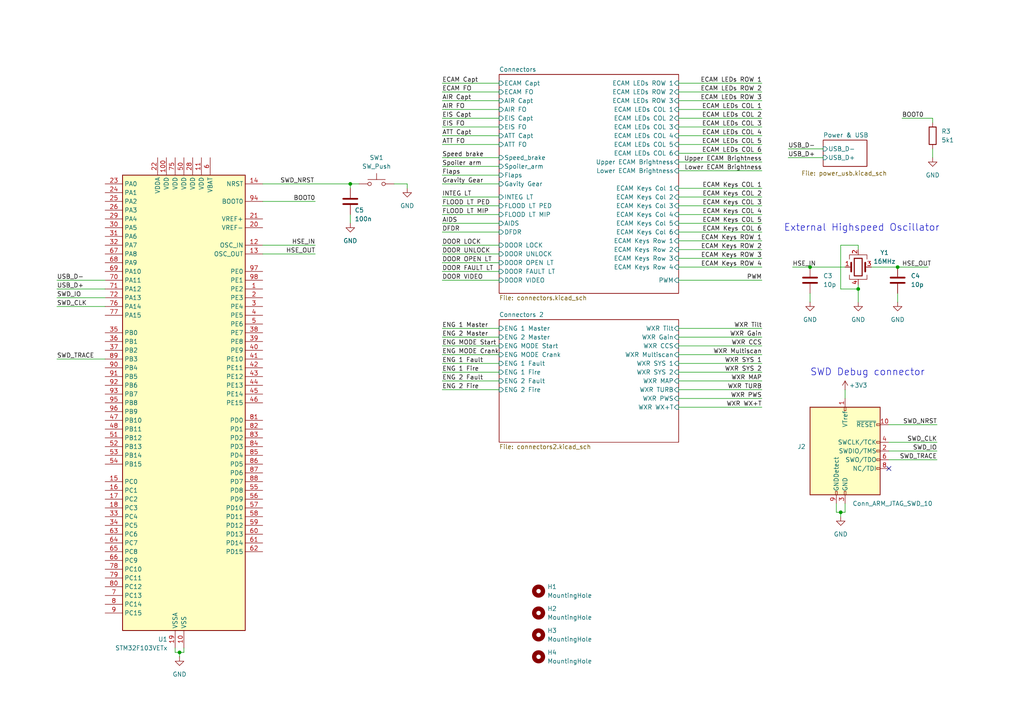
<source format=kicad_sch>
(kicad_sch (version 20231120) (generator "eeschema") (generator_version "8.0")
  (paper "A4")
  (lib_symbols
    (symbol "Connector:Conn_ARM_JTAG_SWD_10" (pin_names (offset 1.016))
      (property "Reference" "J" (at -2.54 16.51 0))
      (property "Value" "Conn_ARM_JTAG_SWD_10" (at -2.54 13.97 0))
      (symbol "Conn_ARM_JTAG_SWD_10_0_1"
        (rectangle (start -10.16 12.7) (end 10.16 -12.7) (stroke (width 0.254)) (fill (type background)))
        (rectangle (start -2.794 -12.7) (end -2.286 -11.684))
        (rectangle (start -0.254 -12.7) (end 0.254 -11.684))
        (rectangle (start -0.254 12.7) (end 0.254 11.684))
        (rectangle (start 9.144 2.286) (end 10.16 2.794))
        (rectangle (start 10.16 -2.794) (end 9.144 -2.286))
        (rectangle (start 10.16 -0.254) (end 9.144 0.254))
        (rectangle (start 10.16 7.874) (end 9.144 7.366))
      )
      (symbol "Conn_ARM_JTAG_SWD_10_1_1"
        (rectangle (start 9.144 -5.334) (end 10.16 -4.826))
        (pin power_in line (at 0 15.24 270) (length 2.54) (name "VTref") (number "1"))
        (pin open_collector line (at 12.7 7.62 180) (length 2.54) (name "~{RESET}") (number "10"))
        (pin bidirectional line (at 12.7 0 180) (length 2.54) (name "SWDIO/TMS") (number "2"))
        (pin power_in line (at 0 -15.24 90) (length 2.54) (name "GND") (number "3"))
        (pin output line (at 12.7 2.54 180) (length 2.54) (name "SWCLK/TCK") (number "4"))
        (pin passive line (at 0 -15.24 90) (length 2.54) hide (name "GND") (number "5"))
        (pin input line (at 12.7 -2.54 180) (length 2.54) (name "SWO/TDO") (number "6"))
        (pin no_connect line (at -10.16 0 0) (length 2.54) hide (name "KEY") (number "7"))
        (pin output line (at 12.7 -5.08 180) (length 2.54) (name "NC/TDI") (number "8"))
        (pin passive line (at -2.54 -15.24 90) (length 2.54) (name "GNDDetect") (number "9"))
      )
    )
    (symbol "Device:C" (pin_numbers hide) (pin_names (offset 0.254))
      (property "Reference" "C" (at 0.635 2.54 0))
      (property "Value" "C" (at 0.635 -2.54 0))
      (symbol "C_0_1"
        (polyline (pts (xy -2.032 -0.762) (xy 2.032 -0.762)) (stroke (width 0.508)))
        (polyline (pts (xy -2.032 0.762) (xy 2.032 0.762)) (stroke (width 0.508)))
      )
      (symbol "C_1_1"
        (pin passive line (at 0 3.81 270) (length 2.794) (name "~") (number "1"))
        (pin passive line (at 0 -3.81 90) (length 2.794) (name "~") (number "2"))
      )
    )
    (symbol "Device:Crystal_GND24" (pin_names (offset 1.016) hide)
      (property "Reference" "Y" (at 3.175 5.08 0))
      (property "Value" "Crystal_GND24" (at 3.175 3.175 0))
      (symbol "Crystal_GND24_0_1"
        (rectangle (start -1.143 2.54) (end 1.143 -2.54) (stroke (width 0.3048)))
        (polyline (pts (xy -2.54 0) (xy -2.032 0)))
        (polyline (pts (xy -2.032 -1.27) (xy -2.032 1.27)) (stroke (width 0.508)))
        (polyline (pts (xy 0 -3.81) (xy 0 -3.556)))
        (polyline (pts (xy 0 3.556) (xy 0 3.81)))
        (polyline (pts (xy 2.032 -1.27) (xy 2.032 1.27)) (stroke (width 0.508)))
        (polyline (pts (xy 2.032 0) (xy 2.54 0)))
        (polyline (pts (xy -2.54 -2.286) (xy -2.54 -3.556) (xy 2.54 -3.556) (xy 2.54 -2.286)))
        (polyline (pts (xy -2.54 2.286) (xy -2.54 3.556) (xy 2.54 3.556) (xy 2.54 2.286)))
      )
      (symbol "Crystal_GND24_1_1"
        (pin passive line (at -3.81 0 0) (length 1.27) (name "1") (number "1"))
        (pin passive line (at 0 5.08 270) (length 1.27) (name "2") (number "2"))
        (pin passive line (at 3.81 0 180) (length 1.27) (name "3") (number "3"))
        (pin passive line (at 0 -5.08 90) (length 1.27) (name "4") (number "4"))
      )
    )
    (symbol "Device:R" (pin_numbers hide) (pin_names (offset 0))
      (property "Reference" "R" (at 2.032 0 90))
      (property "Value" "R" (at 0 0 90))
      (symbol "R_0_1"
        (rectangle (start -1.016 -2.54) (end 1.016 2.54) (stroke (width 0.254)))
      )
      (symbol "R_1_1"
        (pin passive line (at 0 3.81 270) (length 1.27) (name "~") (number "1"))
        (pin passive line (at 0 -3.81 90) (length 1.27) (name "~") (number "2"))
      )
    )
    (symbol "GND_1" (power) (pin_numbers hide) (pin_names (offset 0) hide)
      (property "Value" "GND" (at 0 -3.81 0))
      (symbol "GND_1_0_1"
        (polyline (pts (xy 0 0) (xy 0 -1.27) (xy 1.27 -1.27) (xy 0 -2.54) (xy -1.27 -1.27) (xy 0 -1.27)))
      )
      (symbol "GND_1_1_1"
        (pin power_in line (at 0 0 270) (length 0) (name "~") (number "1"))
      )
    )
    (symbol "GND_2" (power) (pin_numbers hide) (pin_names (offset 0) hide)
      (property "Value" "GND" (at 0 -3.81 0))
      (symbol "GND_2_0_1"
        (polyline (pts (xy 0 0) (xy 0 -1.27) (xy 1.27 -1.27) (xy 0 -2.54) (xy -1.27 -1.27) (xy 0 -1.27)))
      )
      (symbol "GND_2_1_1"
        (pin power_in line (at 0 0 270) (length 0) (name "~") (number "1"))
      )
    )
    (symbol "GND_3" (power) (pin_numbers hide) (pin_names (offset 0) hide)
      (property "Value" "GND" (at 0 -3.81 0))
      (symbol "GND_3_0_1"
        (polyline (pts (xy 0 0) (xy 0 -1.27) (xy 1.27 -1.27) (xy 0 -2.54) (xy -1.27 -1.27) (xy 0 -1.27)))
      )
      (symbol "GND_3_1_1"
        (pin power_in line (at 0 0 270) (length 0) (name "~") (number "1"))
      )
    )
    (symbol "GND_4" (power) (pin_numbers hide) (pin_names (offset 0) hide)
      (property "Value" "GND" (at 0 -3.81 0))
      (symbol "GND_4_0_1"
        (polyline (pts (xy 0 0) (xy 0 -1.27) (xy 1.27 -1.27) (xy 0 -2.54) (xy -1.27 -1.27) (xy 0 -1.27)))
      )
      (symbol "GND_4_1_1"
        (pin power_in line (at 0 0 270) (length 0) (name "~") (number "1"))
      )
    )
    (symbol "MCU_ST_STM32F1:STM32F103VETx"
      (property "Reference" "U" (at -17.78 67.31 0))
      (property "Value" "STM32F103VETx" (at 10.16 67.31 0))
      (symbol "STM32F103VETx_0_1"
        (rectangle (start -17.78 -66.04) (end 17.78 66.04) (stroke (width 0.254)) (fill (type background)))
      )
      (symbol "STM32F103VETx_1_1"
        (pin bidirectional line (at -22.86 33.02 0) (length 5.08) (name "PE2") (number "1"))
        (pin power_in line (at 0 -71.12 90) (length 5.08) (name "VSS") (number "10"))
        (pin power_in line (at 5.08 71.12 270) (length 5.08) (name "VDD") (number "100"))
        (pin power_in line (at -5.08 71.12 270) (length 5.08) (name "VDD") (number "11"))
        (pin input line (at -22.86 45.72 0) (length 5.08) (name "OSC_IN") (number "12"))
        (pin input line (at -22.86 43.18 0) (length 5.08) (name "OSC_OUT") (number "13"))
        (pin input line (at -22.86 63.5 0) (length 5.08) (name "NRST") (number "14"))
        (pin bidirectional line (at 22.86 -22.86 180) (length 5.08) (name "PC0") (number "15"))
        (pin bidirectional line (at 22.86 -25.4 180) (length 5.08) (name "PC1") (number "16"))
        (pin bidirectional line (at 22.86 -27.94 180) (length 5.08) (name "PC2") (number "17"))
        (pin bidirectional line (at 22.86 -30.48 180) (length 5.08) (name "PC3") (number "18"))
        (pin power_in line (at 2.54 -71.12 90) (length 5.08) (name "VSSA") (number "19"))
        (pin bidirectional line (at -22.86 30.48 0) (length 5.08) (name "PE3") (number "2"))
        (pin input line (at -22.86 50.8 0) (length 5.08) (name "VREF-") (number "20"))
        (pin input line (at -22.86 53.34 0) (length 5.08) (name "VREF+") (number "21"))
        (pin power_in line (at 7.62 71.12 270) (length 5.08) (name "VDDA") (number "22"))
        (pin bidirectional line (at 22.86 63.5 180) (length 5.08) (name "PA0") (number "23"))
        (pin bidirectional line (at 22.86 60.96 180) (length 5.08) (name "PA1") (number "24"))
        (pin bidirectional line (at 22.86 58.42 180) (length 5.08) (name "PA2") (number "25"))
        (pin bidirectional line (at 22.86 55.88 180) (length 5.08) (name "PA3") (number "26"))
        (pin passive line (at 0 -71.12 90) (length 5.08) hide (name "VSS") (number "27"))
        (pin power_in line (at -2.54 71.12 270) (length 5.08) (name "VDD") (number "28"))
        (pin bidirectional line (at 22.86 53.34 180) (length 5.08) (name "PA4") (number "29"))
        (pin bidirectional line (at -22.86 27.94 0) (length 5.08) (name "PE4") (number "3"))
        (pin bidirectional line (at 22.86 50.8 180) (length 5.08) (name "PA5") (number "30"))
        (pin bidirectional line (at 22.86 48.26 180) (length 5.08) (name "PA6") (number "31"))
        (pin bidirectional line (at 22.86 45.72 180) (length 5.08) (name "PA7") (number "32"))
        (pin bidirectional line (at 22.86 -33.02 180) (length 5.08) (name "PC4") (number "33"))
        (pin bidirectional line (at 22.86 -35.56 180) (length 5.08) (name "PC5") (number "34"))
        (pin bidirectional line (at 22.86 20.32 180) (length 5.08) (name "PB0") (number "35"))
        (pin bidirectional line (at 22.86 17.78 180) (length 5.08) (name "PB1") (number "36"))
        (pin bidirectional line (at 22.86 15.24 180) (length 5.08) (name "PB2") (number "37"))
        (pin bidirectional line (at -22.86 20.32 0) (length 5.08) (name "PE7") (number "38"))
        (pin bidirectional line (at -22.86 17.78 0) (length 5.08) (name "PE8") (number "39"))
        (pin bidirectional line (at -22.86 25.4 0) (length 5.08) (name "PE5") (number "4"))
        (pin bidirectional line (at -22.86 15.24 0) (length 5.08) (name "PE9") (number "40"))
        (pin bidirectional line (at -22.86 12.7 0) (length 5.08) (name "PE10") (number "41"))
        (pin bidirectional line (at -22.86 10.16 0) (length 5.08) (name "PE11") (number "42"))
        (pin bidirectional line (at -22.86 7.62 0) (length 5.08) (name "PE12") (number "43"))
        (pin bidirectional line (at -22.86 5.08 0) (length 5.08) (name "PE13") (number "44"))
        (pin bidirectional line (at -22.86 2.54 0) (length 5.08) (name "PE14") (number "45"))
        (pin bidirectional line (at -22.86 0 0) (length 5.08) (name "PE15") (number "46"))
        (pin bidirectional line (at 22.86 -5.08 180) (length 5.08) (name "PB10") (number "47"))
        (pin bidirectional line (at 22.86 -7.62 180) (length 5.08) (name "PB11") (number "48"))
        (pin passive line (at 0 -71.12 90) (length 5.08) hide (name "VSS") (number "49"))
        (pin bidirectional line (at -22.86 22.86 0) (length 5.08) (name "PE6") (number "5"))
        (pin power_in line (at 0 71.12 270) (length 5.08) (name "VDD") (number "50"))
        (pin bidirectional line (at 22.86 -10.16 180) (length 5.08) (name "PB12") (number "51"))
        (pin bidirectional line (at 22.86 -12.7 180) (length 5.08) (name "PB13") (number "52"))
        (pin bidirectional line (at 22.86 -15.24 180) (length 5.08) (name "PB14") (number "53"))
        (pin bidirectional line (at 22.86 -17.78 180) (length 5.08) (name "PB15") (number "54"))
        (pin bidirectional line (at -22.86 -25.4 0) (length 5.08) (name "PD8") (number "55"))
        (pin bidirectional line (at -22.86 -27.94 0) (length 5.08) (name "PD9") (number "56"))
        (pin bidirectional line (at -22.86 -30.48 0) (length 5.08) (name "PD10") (number "57"))
        (pin bidirectional line (at -22.86 -33.02 0) (length 5.08) (name "PD11") (number "58"))
        (pin bidirectional line (at -22.86 -35.56 0) (length 5.08) (name "PD12") (number "59"))
        (pin power_in line (at -7.62 71.12 270) (length 5.08) (name "VBAT") (number "6"))
        (pin bidirectional line (at -22.86 -38.1 0) (length 5.08) (name "PD13") (number "60"))
        (pin bidirectional line (at -22.86 -40.64 0) (length 5.08) (name "PD14") (number "61"))
        (pin bidirectional line (at -22.86 -43.18 0) (length 5.08) (name "PD15") (number "62"))
        (pin bidirectional line (at 22.86 -38.1 180) (length 5.08) (name "PC6") (number "63"))
        (pin bidirectional line (at 22.86 -40.64 180) (length 5.08) (name "PC7") (number "64"))
        (pin bidirectional line (at 22.86 -43.18 180) (length 5.08) (name "PC8") (number "65"))
        (pin bidirectional line (at 22.86 -45.72 180) (length 5.08) (name "PC9") (number "66"))
        (pin bidirectional line (at 22.86 43.18 180) (length 5.08) (name "PA8") (number "67"))
        (pin bidirectional line (at 22.86 40.64 180) (length 5.08) (name "PA9") (number "68"))
        (pin bidirectional line (at 22.86 38.1 180) (length 5.08) (name "PA10") (number "69"))
        (pin bidirectional line (at 22.86 -55.88 180) (length 5.08) (name "PC13") (number "7"))
        (pin bidirectional line (at 22.86 35.56 180) (length 5.08) (name "PA11") (number "70"))
        (pin bidirectional line (at 22.86 33.02 180) (length 5.08) (name "PA12") (number "71"))
        (pin bidirectional line (at 22.86 30.48 180) (length 5.08) (name "PA13") (number "72"))
        (pin no_connect line (at -17.78 -66.04 0) (length 5.08) hide (name "NC") (number "73"))
        (pin passive line (at 0 -71.12 90) (length 5.08) hide (name "VSS") (number "74"))
        (pin power_in line (at 2.54 71.12 270) (length 5.08) (name "VDD") (number "75"))
        (pin bidirectional line (at 22.86 27.94 180) (length 5.08) (name "PA14") (number "76"))
        (pin bidirectional line (at 22.86 25.4 180) (length 5.08) (name "PA15") (number "77"))
        (pin bidirectional line (at 22.86 -48.26 180) (length 5.08) (name "PC10") (number "78"))
        (pin bidirectional line (at 22.86 -50.8 180) (length 5.08) (name "PC11") (number "79"))
        (pin bidirectional line (at 22.86 -58.42 180) (length 5.08) (name "PC14") (number "8"))
        (pin bidirectional line (at 22.86 -53.34 180) (length 5.08) (name "PC12") (number "80"))
        (pin bidirectional line (at -22.86 -5.08 0) (length 5.08) (name "PD0") (number "81"))
        (pin bidirectional line (at -22.86 -7.62 0) (length 5.08) (name "PD1") (number "82"))
        (pin bidirectional line (at -22.86 -10.16 0) (length 5.08) (name "PD2") (number "83"))
        (pin bidirectional line (at -22.86 -12.7 0) (length 5.08) (name "PD3") (number "84"))
        (pin bidirectional line (at -22.86 -15.24 0) (length 5.08) (name "PD4") (number "85"))
        (pin bidirectional line (at -22.86 -17.78 0) (length 5.08) (name "PD5") (number "86"))
        (pin bidirectional line (at -22.86 -20.32 0) (length 5.08) (name "PD6") (number "87"))
        (pin bidirectional line (at -22.86 -22.86 0) (length 5.08) (name "PD7") (number "88"))
        (pin bidirectional line (at 22.86 12.7 180) (length 5.08) (name "PB3") (number "89"))
        (pin bidirectional line (at 22.86 -60.96 180) (length 5.08) (name "PC15") (number "9"))
        (pin bidirectional line (at 22.86 10.16 180) (length 5.08) (name "PB4") (number "90"))
        (pin bidirectional line (at 22.86 7.62 180) (length 5.08) (name "PB5") (number "91"))
        (pin bidirectional line (at 22.86 5.08 180) (length 5.08) (name "PB6") (number "92"))
        (pin bidirectional line (at 22.86 2.54 180) (length 5.08) (name "PB7") (number "93"))
        (pin input line (at -22.86 58.42 0) (length 5.08) (name "BOOT0") (number "94"))
        (pin bidirectional line (at 22.86 0 180) (length 5.08) (name "PB8") (number "95"))
        (pin bidirectional line (at 22.86 -2.54 180) (length 5.08) (name "PB9") (number "96"))
        (pin bidirectional line (at -22.86 38.1 0) (length 5.08) (name "PE0") (number "97"))
        (pin bidirectional line (at -22.86 35.56 0) (length 5.08) (name "PE1") (number "98"))
        (pin passive line (at 0 -71.12 90) (length 5.08) hide (name "VSS") (number "99"))
      )
    )
    (symbol "Mechanical:MountingHole" (pin_names (offset 1.016))
      (property "Reference" "H" (at 0 5.08 0))
      (property "Value" "MountingHole" (at 0 3.175 0))
      (symbol "MountingHole_0_1"
        (circle (center 0 0) (radius 1.27) (stroke (width 1.27)))
      )
    )
    (symbol "Switch:SW_Push" (pin_numbers hide) (pin_names (offset 1.016) hide)
      (property "Reference" "SW" (at 1.27 2.54 0))
      (property "Value" "SW_Push" (at 0 -1.524 0))
      (symbol "SW_Push_0_1"
        (circle (center -2.032 0) (radius 0.508))
        (polyline (pts (xy 0 1.27) (xy 0 3.048)))
        (polyline (pts (xy 2.54 1.27) (xy -2.54 1.27)))
        (circle (center 2.032 0) (radius 0.508))
        (pin passive line (at -5.08 0 0) (length 2.54) (name "1") (number "1"))
        (pin passive line (at 5.08 0 180) (length 2.54) (name "2") (number "2"))
      )
    )
    (symbol "power:+3V3" (power) (pin_numbers hide) (pin_names (offset 0) hide)
      (property "Value" "+3V3" (at 0 3.556 0))
      (symbol "+3V3_0_1"
        (polyline (pts (xy -0.762 1.27) (xy 0 2.54)))
        (polyline (pts (xy 0 0) (xy 0 2.54)))
        (polyline (pts (xy 0 2.54) (xy 0.762 1.27)))
      )
      (symbol "+3V3_1_1"
        (pin power_in line (at 0 0 90) (length 0) (name "~") (number "1"))
      )
    )
    (symbol "power:GND" (power) (pin_numbers hide) (pin_names (offset 0) hide)
      (property "Value" "GND" (at 0 -3.81 0))
      (symbol "GND_0_1"
        (polyline (pts (xy 0 0) (xy 0 -1.27) (xy 1.27 -1.27) (xy 0 -2.54) (xy -1.27 -1.27) (xy 0 -1.27)))
      )
      (symbol "GND_1_1"
        (pin power_in line (at 0 0 270) (length 0) (name "~") (number "1"))
      )
    )
  )
  (junction (at 243.84 148.59))
  (junction (at 234.95 77.47))
  (junction (at 101.6 53.34))
  (junction (at 52.07 189.23))
  (junction (at 260.35 77.47))
  (junction (at 248.92 83.82))
  (no_connect (at 257.81 135.89))
  (wire (pts (xy 128.27 48.26) (xy 144.78 48.26)))
  (wire (pts (xy 128.27 97.79) (xy 144.78 97.79)))
  (wire (pts (xy 128.27 26.67) (xy 144.78 26.67)))
  (wire (pts (xy 128.27 105.41) (xy 144.78 105.41)))
  (wire (pts (xy 196.85 105.41) (xy 220.98 105.41)))
  (wire (pts (xy 248.92 82.55) (xy 248.92 83.82)))
  (wire (pts (xy 128.27 29.21) (xy 144.78 29.21)))
  (wire (pts (xy 248.92 72.39) (xy 248.92 71.12)))
  (wire (pts (xy 16.51 83.82) (xy 30.48 83.82)))
  (wire (pts (xy 261.62 34.29) (xy 270.51 34.29)))
  (wire (pts (xy 76.2 73.66) (xy 91.44 73.66)))
  (wire (pts (xy 257.81 128.27) (xy 271.78 128.27)))
  (wire (pts (xy 242.57 146.05) (xy 242.57 148.59)))
  (wire (pts (xy 128.27 95.25) (xy 144.78 95.25)))
  (wire (pts (xy 196.85 72.39) (xy 220.98 72.39)))
  (wire (pts (xy 128.27 41.91) (xy 144.78 41.91)))
  (wire (pts (xy 196.85 39.37) (xy 220.98 39.37)))
  (wire (pts (xy 128.27 76.2) (xy 144.78 76.2)))
  (wire (pts (xy 128.27 57.15) (xy 144.78 57.15)))
  (wire (pts (xy 128.27 24.13) (xy 144.78 24.13)))
  (wire (pts (xy 196.85 81.28) (xy 220.98 81.28)))
  (wire (pts (xy 196.85 41.91) (xy 220.98 41.91)))
  (wire (pts (xy 196.85 95.25) (xy 220.98 95.25)))
  (wire (pts (xy 101.6 53.34) (xy 101.6 54.61)))
  (wire (pts (xy 196.85 49.53) (xy 220.98 49.53)))
  (wire (pts (xy 16.51 104.14) (xy 30.48 104.14)))
  (wire (pts (xy 50.8 187.96) (xy 50.8 189.23)))
  (wire (pts (xy 245.11 146.05) (xy 245.11 148.59)))
  (wire (pts (xy 128.27 59.69) (xy 144.78 59.69)))
  (wire (pts (xy 196.85 44.45) (xy 220.98 44.45)))
  (wire (pts (xy 252.73 77.47) (xy 260.35 77.47)))
  (wire (pts (xy 196.85 102.87) (xy 220.98 102.87)))
  (wire (pts (xy 128.27 34.29) (xy 144.78 34.29)))
  (wire (pts (xy 243.84 148.59) (xy 245.11 148.59)))
  (wire (pts (xy 196.85 54.61) (xy 220.98 54.61)))
  (wire (pts (xy 243.84 83.82) (xy 248.92 83.82)))
  (wire (pts (xy 196.85 97.79) (xy 220.98 97.79)))
  (wire (pts (xy 76.2 71.12) (xy 91.44 71.12)))
  (wire (pts (xy 76.2 53.34) (xy 101.6 53.34)))
  (wire (pts (xy 196.85 74.93) (xy 220.98 74.93)))
  (wire (pts (xy 228.6 43.18) (xy 238.76 43.18)))
  (wire (pts (xy 196.85 29.21) (xy 220.98 29.21)))
  (wire (pts (xy 196.85 113.03) (xy 220.98 113.03)))
  (wire (pts (xy 128.27 113.03) (xy 144.78 113.03)))
  (wire (pts (xy 242.57 148.59) (xy 243.84 148.59)))
  (wire (pts (xy 128.27 50.8) (xy 144.78 50.8)))
  (wire (pts (xy 128.27 62.23) (xy 144.78 62.23)))
  (wire (pts (xy 128.27 31.75) (xy 144.78 31.75)))
  (wire (pts (xy 52.07 189.23) (xy 53.34 189.23)))
  (wire (pts (xy 196.85 67.31) (xy 220.98 67.31)))
  (wire (pts (xy 245.11 113.03) (xy 245.11 115.57)))
  (wire (pts (xy 234.95 85.09) (xy 234.95 87.63)))
  (wire (pts (xy 270.51 34.29) (xy 270.51 35.56)))
  (wire (pts (xy 50.8 189.23) (xy 52.07 189.23)))
  (wire (pts (xy 270.51 43.18) (xy 270.51 45.72)))
  (wire (pts (xy 128.27 78.74) (xy 144.78 78.74)))
  (wire (pts (xy 101.6 53.34) (xy 104.14 53.34)))
  (wire (pts (xy 243.84 71.12) (xy 243.84 83.82)))
  (wire (pts (xy 118.11 54.61) (xy 118.11 53.34)))
  (wire (pts (xy 52.07 189.23) (xy 52.07 190.5)))
  (wire (pts (xy 196.85 59.69) (xy 220.98 59.69)))
  (wire (pts (xy 196.85 57.15) (xy 220.98 57.15)))
  (wire (pts (xy 76.2 58.42) (xy 91.44 58.42)))
  (wire (pts (xy 248.92 83.82) (xy 248.92 87.63)))
  (wire (pts (xy 196.85 46.99) (xy 220.98 46.99)))
  (wire (pts (xy 234.95 77.47) (xy 245.11 77.47)))
  (wire (pts (xy 229.87 77.47) (xy 234.95 77.47)))
  (wire (pts (xy 128.27 100.33) (xy 144.78 100.33)))
  (wire (pts (xy 128.27 67.31) (xy 144.78 67.31)))
  (wire (pts (xy 16.51 81.28) (xy 30.48 81.28)))
  (wire (pts (xy 128.27 36.83) (xy 144.78 36.83)))
  (wire (pts (xy 128.27 64.77) (xy 144.78 64.77)))
  (wire (pts (xy 248.92 71.12) (xy 243.84 71.12)))
  (wire (pts (xy 196.85 64.77) (xy 220.98 64.77)))
  (wire (pts (xy 196.85 34.29) (xy 220.98 34.29)))
  (wire (pts (xy 128.27 73.66) (xy 144.78 73.66)))
  (wire (pts (xy 128.27 81.28) (xy 144.78 81.28)))
  (wire (pts (xy 260.35 85.09) (xy 260.35 87.63)))
  (wire (pts (xy 260.35 77.47) (xy 269.24 77.47)))
  (wire (pts (xy 196.85 107.95) (xy 220.98 107.95)))
  (wire (pts (xy 196.85 31.75) (xy 220.98 31.75)))
  (wire (pts (xy 196.85 115.57) (xy 220.98 115.57)))
  (wire (pts (xy 196.85 36.83) (xy 220.98 36.83)))
  (wire (pts (xy 128.27 71.12) (xy 144.78 71.12)))
  (wire (pts (xy 257.81 133.35) (xy 271.78 133.35)))
  (wire (pts (xy 228.6 45.72) (xy 238.76 45.72)))
  (wire (pts (xy 196.85 24.13) (xy 220.98 24.13)))
  (wire (pts (xy 118.11 53.34) (xy 114.3 53.34)))
  (wire (pts (xy 128.27 110.49) (xy 144.78 110.49)))
  (wire (pts (xy 16.51 86.36) (xy 30.48 86.36)))
  (wire (pts (xy 128.27 107.95) (xy 144.78 107.95)))
  (wire (pts (xy 128.27 53.34) (xy 144.78 53.34)))
  (wire (pts (xy 53.34 187.96) (xy 53.34 189.23)))
  (wire (pts (xy 257.81 130.81) (xy 271.78 130.81)))
  (wire (pts (xy 196.85 77.47) (xy 220.98 77.47)))
  (wire (pts (xy 196.85 69.85) (xy 220.98 69.85)))
  (wire (pts (xy 196.85 118.11) (xy 220.98 118.11)))
  (wire (pts (xy 196.85 62.23) (xy 220.98 62.23)))
  (wire (pts (xy 128.27 45.72) (xy 144.78 45.72)))
  (wire (pts (xy 196.85 110.49) (xy 220.98 110.49)))
  (wire (pts (xy 196.85 26.67) (xy 220.98 26.67)))
  (wire (pts (xy 243.84 148.59) (xy 243.84 149.86)))
  (wire (pts (xy 101.6 62.23) (xy 101.6 64.77)))
  (wire (pts (xy 128.27 102.87) (xy 144.78 102.87)))
  (wire (pts (xy 16.51 88.9) (xy 30.48 88.9)))
  (wire (pts (xy 257.81 123.19) (xy 271.78 123.19)))
  (wire (pts (xy 128.27 39.37) (xy 144.78 39.37)))
  (wire (pts (xy 196.85 100.33) (xy 220.98 100.33)))
  (text "SWD Debug connector" (at 234.95 109.22 0) (effects (font (size 2 2)) (justify left bottom)))
  (text "External Highspeed Oscillator" (at 227.33 67.31 0) (effects (font (size 2 2)) (justify left bottom)))
  (label "HSE_IN" (at 229.87 77.47 0))
  (label "ECAM Keys COL 2" (at 220.98 57.15 180))
  (label "EIS FO" (at 128.27 36.83 0))
  (label "ECAM LEDs ROW 2" (at 220.98 26.67 180))
  (label "ENG 2 Master" (at 128.27 97.79 0))
  (label "ECAM Keys ROW 1" (at 220.98 69.85 180))
  (label "ENG MODE Start" (at 128.27 100.33 0))
  (label "WXR PWS" (at 220.98 115.57 180))
  (label "USB_D-" (at 228.6 43.18 0))
  (label "EIS Capt" (at 128.27 34.29 0))
  (label "ECAM LEDs COL 4" (at 220.98 39.37 180))
  (label "DOOR OPEN LT" (at 128.27 76.2 0))
  (label "BOOT0" (at 261.62 34.29 0))
  (label "WXR CCS" (at 220.98 100.33 180))
  (label "ENG 2 Fire" (at 128.27 113.03 0))
  (label "USB_D+" (at 228.6 45.72 0))
  (label "ENG 1 Master" (at 128.27 95.25 0))
  (label "HSE_IN" (at 91.44 71.12 180))
  (label "ECAM Capt" (at 128.27 24.13 0))
  (label "ATT Capt" (at 128.27 39.37 0))
  (label "ENG MODE Crank" (at 128.27 102.87 0))
  (label "FLOOD LT MIP" (at 128.27 62.23 0))
  (label "ATT FO" (at 128.27 41.91 0))
  (label "SWD_TRACE" (at 16.51 104.14 0))
  (label "Speed brake" (at 128.27 45.72 0))
  (label "WXR Multiscan" (at 220.98 102.87 180))
  (label "ECAM Keys ROW 2" (at 220.98 72.39 180))
  (label "ENG 2 Fault" (at 128.27 110.49 0))
  (label "Upper ECAM Brightness" (at 220.98 46.99 180))
  (label "HSE_OUT" (at 91.44 73.66 180))
  (label "PWM" (at 220.98 81.28 180))
  (label "ECAM FO" (at 128.27 26.67 0))
  (label "ECAM LEDs COL 1" (at 220.98 31.75 180))
  (label "AIDS" (at 128.27 64.77 0))
  (label "Flaps" (at 128.27 50.8 0))
  (label "ENG 1 Fault" (at 128.27 105.41 0))
  (label "ECAM LEDs ROW 3" (at 220.98 29.21 180))
  (label "ECAM LEDs COL 5" (at 220.98 41.91 180))
  (label "BOOT0" (at 91.44 58.42 180))
  (label "SWD_TRACE" (at 271.78 133.35 180))
  (label "SWD_CLK" (at 16.51 88.9 0))
  (label "Gravity Gear" (at 128.27 53.34 0))
  (label "ECAM LEDs COL 2" (at 220.98 34.29 180))
  (label "ECAM Keys COL 6" (at 220.98 67.31 180))
  (label "ECAM LEDs ROW 1" (at 220.98 24.13 180))
  (label "ECAM Keys COL 5" (at 220.98 64.77 180))
  (label "DFDR" (at 128.27 67.31 0))
  (label "INTEG LT" (at 128.27 57.15 0))
  (label "ENG 1 Fire" (at 128.27 107.95 0))
  (label "WXR SYS 1" (at 220.98 105.41 180))
  (label "ECAM LEDs COL 6" (at 220.98 44.45 180))
  (label "WXR Gain" (at 220.98 97.79 180))
  (label "FLOOD LT PED" (at 128.27 59.69 0))
  (label "DOOR VIDEO" (at 128.27 81.28 0))
  (label "ECAM Keys ROW 4" (at 220.98 77.47 180))
  (label "WXR MAP" (at 220.98 110.49 180))
  (label "USB_D-" (at 16.51 81.28 0))
  (label "WXR TURB" (at 220.98 113.03 180))
  (label "DOOR FAULT LT" (at 128.27 78.74 0))
  (label "USB_D+" (at 16.51 83.82 0))
  (label "SWD_NRST" (at 271.78 123.19 180))
  (label "ECAM Keys COL 3" (at 220.98 59.69 180))
  (label "HSE_OUT" (at 261.62 77.47 0))
  (label "WXR WX+T" (at 220.98 118.11 180))
  (label "DOOR LOCK" (at 128.27 71.12 0))
  (label "DOOR UNLOCK" (at 128.27 73.66 0))
  (label "ECAM Keys COL 1" (at 220.98 54.61 180))
  (label "ECAM LEDs COL 3" (at 220.98 36.83 180))
  (label "WXR SYS 2" (at 220.98 107.95 180))
  (label "WXR Tilt" (at 220.98 95.25 180))
  (label "ECAM Keys ROW 3" (at 220.98 74.93 180))
  (label "SWD_IO" (at 271.78 130.81 180))
  (label "SWD_NRST" (at 81.28 53.34 0))
  (label "Lower ECAM Brightness" (at 220.98 49.53 180))
  (label "SWD_CLK" (at 271.78 128.27 180))
  (label "ECAM Keys COL 4" (at 220.98 62.23 180))
  (label "AIR Capt" (at 128.27 29.21 0))
  (label "Spoiler arm" (at 128.27 48.26 0))
  (label "SWD_IO" (at 16.51 86.36 0))
  (label "AIR FO" (at 128.27 31.75 0))
  (symbol (lib_id "Mechanical:MountingHole") (at 156.21 184.15 0) (unit 1) (in_bom no)
    (property "Reference" "H3" (at 158.75 182.88 0) (effects (justify left)))
    (property "Value" "MountingHole" (at 158.75 185.42 0) (effects (justify left)))
    (property "Footprint" "MountingHole:MountingHole_2.2mm_M2" (effects (hide yes)))
  )
  (symbol (lib_id "Connector:Conn_ARM_JTAG_SWD_10") (at 245.11 130.81 0) (unit 1) (in_bom no)
    (property "Reference" "J2" (at 233.68 129.54 0) (effects (justify right)))
    (property "Value" "Conn_ARM_JTAG_SWD_10" (at 270.51 146.05 0) (effects (justify right)))
    (property "Footprint" "Connector_PinHeader_2.54mm:PinHeader_2x05_P2.54mm_Vertical" (effects (hide yes)))
    (property "Datasheet" "http://infocenter.arm.com/help/topic/com.arm.doc.ddi0314h/DDI0314H_coresight_components_trm.pdf" (effects (hide yes)))
  )
  (symbol (lib_id "MCU_ST_STM32F1:STM32F103VETx") (at 53.34 116.84 0) (mirror y) (unit 1)
    (property "Reference" "U1" (at 48.6059 185.42 0) (effects (justify left)))
    (property "Value" "STM32F103VETx" (at 48.6059 187.96 0) (effects (justify left)))
    (property "Footprint" "Package_QFP:LQFP-100_14x14mm_P0.5mm" (effects (hide yes)))
    (property "Datasheet" "https://www.st.com/resource/en/datasheet/stm32f103ve.pdf" (effects (hide yes)))
  )
  (symbol (lib_id "Device:R") (at 270.51 39.37 180) (unit 1)
    (property "Reference" "R3" (at 273.05 38.1 0) (effects (justify right)))
    (property "Value" "5k1" (at 273.05 40.64 0) (effects (justify right)))
    (property "Footprint" "Resistor_SMD:R_0603_1608Metric" (effects (hide yes)))
    (property "Datasheet" "https://www.lcsc.com/datasheet/lcsc_datasheet_2206010116_UNI-ROYAL-Uniroyal-Elec-0603WAF5101T5E_C23186.pdf" (effects (hide yes)))
    (property "JLCPCB Part" "C23186" (effects (hide yes)))
    (property "Manufracturer" "UNI-ROYAL(Uniroyal Elec)" (effects (hide yes)))
    (property "Manufracturer Part Number" "0603WAF5101T5E" (effects (hide yes)))
  )
  (symbol (lib_id "Device:Crystal_GND24") (at 248.92 77.47 0) (unit 1)
    (property "Reference" "Y1" (at 256.54 73.2791 0))
    (property "Value" "16MHz" (at 256.54 75.8191 0))
    (property "Footprint" "Crystal:Crystal_SMD_2016-4Pin_2.0x1.6mm" (effects (hide yes)))
    (property "Datasheet" "https://datasheet.lcsc.com/lcsc/2201241630_YXC-XL7EL89CLI-111YLC-16M_C2965578.pdf" (effects (hide yes)))
    (property "JLCPCB Part" "C2965578" (effects (hide yes)))
    (property "Manufracturer" "YXC" (effects (hide yes)))
    (property "Manufracturer Part Number" "XL7EL89CLI-111YLC-16M" (effects (hide yes)))
  )
  (symbol (lib_id "power:GND") (at 270.51 45.72 0) (unit 1)
    (property "Reference" "#PWR014" (effects (hide yes)))
    (property "Value" "GND" (at 270.51 50.8 0))
    (property "Description" "Power symbol creates a global label with name \"GND\" , ground" (effects (hide yes)))
  )
  (symbol (lib_id "power:GND") (at 118.11 54.61 0) (unit 1)
    (property "Reference" "#PWR018" (effects (hide yes)))
    (property "Value" "GND" (at 118.11 59.69 0))
    (property "Description" "Power symbol creates a global label with name \"GND\" , ground" (effects (hide yes)))
  )
  (symbol (lib_id "power:GND") (at 52.07 190.5 0) (unit 1)
    (property "Reference" "#PWR01" (effects (hide yes)))
    (property "Value" "GND" (at 52.07 195.58 0))
    (property "Description" "Power symbol creates a global label with name \"GND\" , ground" (effects (hide yes)))
  )
  (symbol (lib_name "GND_1") (lib_id "power:GND") (at 260.35 87.63 0) (unit 1)
    (property "Reference" "#PWR013" (effects (hide yes)))
    (property "Value" "GND" (at 260.35 92.71 0))
    (property "Description" "Power symbol creates a global label with name \"GND\" , ground" (effects (hide yes)))
  )
  (symbol (lib_id "Mechanical:MountingHole") (at 156.21 171.45 0) (unit 1) (in_bom no)
    (property "Reference" "H1" (at 158.75 170.18 0) (effects (justify left)))
    (property "Value" "MountingHole" (at 158.75 172.72 0) (effects (justify left)))
    (property "Footprint" "MountingHole:MountingHole_2.2mm_M2" (effects (hide yes)))
  )
  (symbol (lib_name "GND_2") (lib_id "power:GND") (at 234.95 87.63 0) (unit 1)
    (property "Reference" "#PWR011" (effects (hide yes)))
    (property "Value" "GND" (at 234.95 92.71 0))
    (property "Description" "Power symbol creates a global label with name \"GND\" , ground" (effects (hide yes)))
  )
  (symbol (lib_id "Device:C") (at 260.35 81.28 0) (unit 1)
    (property "Reference" "C4" (at 264.16 80.01 0) (effects (justify left)))
    (property "Value" "10p" (at 264.16 82.55 0) (effects (justify left)))
    (property "Footprint" "Capacitor_SMD:C_0603_1608Metric" (effects (hide yes)))
    (property "Datasheet" "https://www.lcsc.com/datasheet/lcsc_datasheet_2304140030_YAGEO-CC0603JRNPO9BN100_C106245.pdf" (effects (hide yes)))
    (property "JLCPCB Part" "C106245" (effects (hide yes)))
    (property "Manufracturer" "YAGEO" (effects (hide yes)))
    (property "Manufracturer Part Number" "CC0603JRNPO9BN100" (effects (hide yes)))
  )
  (symbol (lib_id "Mechanical:MountingHole") (at 156.21 190.5 0) (unit 1) (in_bom no)
    (property "Reference" "H4" (at 158.75 189.23 0) (effects (justify left)))
    (property "Value" "MountingHole" (at 158.75 191.77 0) (effects (justify left)))
    (property "Footprint" "MountingHole:MountingHole_2.2mm_M2" (effects (hide yes)))
  )
  (symbol (lib_id "Mechanical:MountingHole") (at 156.21 177.8 0) (unit 1) (in_bom no)
    (property "Reference" "H2" (at 158.75 176.53 0) (effects (justify left)))
    (property "Value" "MountingHole" (at 158.75 179.07 0) (effects (justify left)))
    (property "Footprint" "MountingHole:MountingHole_2.2mm_M2" (effects (hide yes)))
  )
  (symbol (lib_id "Switch:SW_Push") (at 109.22 53.34 0) (unit 1) (in_bom no)
    (property "Reference" "SW1" (at 109.22 45.72 0))
    (property "Value" "SW_Push" (at 109.22 48.26 0))
    (property "Footprint" "Button_Switch_SMD:SW_Push_1P1T_XKB_TS-1187A" (effects (hide yes)))
    (property "Datasheet" "https://datasheet.lcsc.com/lcsc/2304140030_XKB-Connectivity-TS-1187A-B-A-B_C318884.pdf" (effects (hide yes)))
    (property "Manufracturer" "XKB Connectivity" (effects (hide yes)))
    (property "Manufracturer Part Number" "TS-1187A-B-A-B" (effects (hide yes)))
    (property "JLCPCB Part" "C318884" (effects (hide yes)))
  )
  (symbol (lib_id "Device:C") (at 101.6 58.42 0) (unit 1)
    (property "Reference" "C5" (at 102.87 60.96 0) (effects (justify left)))
    (property "Value" "100n" (at 102.87 63.5 0) (effects (justify left)))
    (property "Footprint" "Capacitor_SMD:C_0603_1608Metric" (effects (hide yes)))
    (property "Datasheet" "https://www.lcsc.com/datasheet/lcsc_datasheet_2211101700_YAGEO-CC0603KRX7R9BB104_C14663.pdf" (effects (hide yes)))
    (property "Manufracturer" "YAGEO" (effects (hide yes)))
    (property "Manufracturer Part Number" "CC0603KRX7R9BB104" (effects (hide yes)))
    (property "JLCPCB Part" "C14663" (effects (hide yes)))
  )
  (symbol (lib_id "power:GND") (at 101.6 64.77 0) (unit 1)
    (property "Reference" "#PWR017" (effects (hide yes)))
    (property "Value" "GND" (at 101.6 69.85 0))
    (property "Description" "Power symbol creates a global label with name \"GND\" , ground" (effects (hide yes)))
  )
  (symbol (lib_id "Device:C") (at 234.95 81.28 0) (unit 1)
    (property "Reference" "C3" (at 238.76 80.01 0) (effects (justify left)))
    (property "Value" "10p" (at 238.76 82.55 0) (effects (justify left)))
    (property "Footprint" "Capacitor_SMD:C_0603_1608Metric" (effects (hide yes)))
    (property "Datasheet" "https://www.lcsc.com/datasheet/lcsc_datasheet_2304140030_YAGEO-CC0603JRNPO9BN100_C106245.pdf" (effects (hide yes)))
    (property "JLCPCB Part" "C106245" (effects (hide yes)))
    (property "Manufracturer" "YAGEO" (effects (hide yes)))
    (property "Manufracturer Part Number" "CC0603JRNPO9BN100" (effects (hide yes)))
  )
  (symbol (lib_name "GND_3") (lib_id "power:GND") (at 243.84 149.86 0) (unit 1)
    (property "Reference" "#PWR03" (effects (hide yes)))
    (property "Value" "GND" (at 243.84 154.94 0))
    (property "Description" "Power symbol creates a global label with name \"GND\" , ground" (effects (hide yes)))
  )
  (symbol (lib_name "GND_4") (lib_id "power:GND") (at 248.92 87.63 0) (unit 1)
    (property "Reference" "#PWR012" (effects (hide yes)))
    (property "Value" "GND" (at 248.92 92.71 0))
    (property "Description" "Power symbol creates a global label with name \"GND\" , ground" (effects (hide yes)))
  )
  (symbol (lib_id "power:+3V3") (at 245.11 113.03 0) (unit 1)
    (property "Reference" "#PWR05" (effects (hide yes)))
    (property "Value" "+3V3" (at 248.92 111.76 0))
    (property "Description" "Power symbol creates a global label with name \"+3V3\"" (effects (hide yes)))
  )
  (sheet (at 238.76 40.64) (size 12.7 7.62) (stroke (width 0.1524))
    (property "Sheetname" "Power & USB" (at 238.76 39.9284 0) (effects (justify left bottom)))
    (property "Sheetfile" "power_usb.kicad_sch" (at 232.41 49.53 0) (effects (justify left top)))
    (pin "USB_D+" input (at 238.76 45.72 180))
    (pin "USB_D-" input (at 238.76 43.18 180))
  )
  (sheet (at 144.78 21.59) (size 52.07 63.5) (stroke (width 0.1524))
    (property "Sheetname" "Connectors" (at 144.78 20.8784 0) (effects (justify left bottom)))
    (property "Sheetfile" "connectors.kicad_sch" (at 144.78 85.6746 0) (effects (justify left top)))
    (pin "ECAM LEDs COL 4" input (at 196.85 39.37 0))
    (pin "ECAM LEDs COL 6" input (at 196.85 44.45 0))
    (pin "ECAM LEDs COL 5" input (at 196.85 41.91 0))
    (pin "Upper ECAM Brightness" input (at 196.85 46.99 0))
    (pin "Lower ECAM Brightness" input (at 196.85 49.53 0))
    (pin "ECAM LEDs ROW 3" input (at 196.85 29.21 0))
    (pin "ECAM LEDs ROW 2" input (at 196.85 26.67 0))
    (pin "ECAM LEDs ROW 1" input (at 196.85 24.13 0))
    (pin "ECAM LEDs COL 1" input (at 196.85 31.75 0))
    (pin "ECAM LEDs COL 3" input (at 196.85 36.83 0))
    (pin "ECAM LEDs COL 2" input (at 196.85 34.29 0))
    (pin "AIR Capt" input (at 144.78 29.21 180))
    (pin "AIR FO" input (at 144.78 31.75 180))
    (pin "PWM" input (at 196.85 81.28 0))
    (pin "Spoiler_arm" input (at 144.78 48.26 180))
    (pin "Flaps" input (at 144.78 50.8 180))
    (pin "Speed_brake" input (at 144.78 45.72 180))
    (pin "EIS FO" input (at 144.78 36.83 180))
    (pin "ATT FO" input (at 144.78 41.91 180))
    (pin "ATT Capt" input (at 144.78 39.37 180))
    (pin "ECAM Capt" input (at 144.78 24.13 180))
    (pin "ECAM FO" input (at 144.78 26.67 180))
    (pin "EIS Capt" input (at 144.78 34.29 180))
    (pin "ECAM Keys Col 2" input (at 196.85 57.15 0))
    (pin "ECAM Keys Col 5" input (at 196.85 64.77 0))
    (pin "ECAM Keys Row 1" input (at 196.85 69.85 0))
    (pin "ECAM Keys Col 6" input (at 196.85 67.31 0))
    (pin "ECAM Keys Col 3" input (at 196.85 59.69 0))
    (pin "ECAM Keys Col 4" input (at 196.85 62.23 0))
    (pin "ECAM Keys Row 3" input (at 196.85 74.93 0))
    (pin "ECAM Keys Row 4" input (at 196.85 77.47 0))
    (pin "ECAM Keys Col 1" input (at 196.85 54.61 0))
    (pin "ECAM Keys Row 2" input (at 196.85 72.39 0))
    (pin "INTEG LT" input (at 144.78 57.15 180))
    (pin "FLOOD LT MIP" input (at 144.78 62.23 180))
    (pin "AIDS" input (at 144.78 64.77 180))
    (pin "DFDR" input (at 144.78 67.31 180))
    (pin "FLOOD LT PED" input (at 144.78 59.69 180))
    (pin "Gavity Gear" input (at 144.78 53.34 180))
    (pin "DOOR VIDEO" input (at 144.78 81.28 180))
    (pin "DOOR UNLOCK" input (at 144.78 73.66 180))
    (pin "DOOR LOCK" input (at 144.78 71.12 180))
    (pin "DOOR FAULT LT" input (at 144.78 78.74 180))
    (pin "DOOR OPEN LT" input (at 144.78 76.2 180))
  )
  (sheet (at 144.78 92.71) (size 52.07 35.56) (stroke (width 0.1524))
    (property "Sheetname" "Connectors 2" (at 144.78 91.9984 0) (effects (justify left bottom)))
    (property "Sheetfile" "connectors2.kicad_sch" (at 144.78 128.8546 0) (effects (justify left top)))
    (pin "ENG 1 Master" input (at 144.78 95.25 180))
    (pin "ENG 2 Master" input (at 144.78 97.79 180))
    (pin "ENG MODE Start" input (at 144.78 100.33 180))
    (pin "ENG 1 Fault" input (at 144.78 105.41 180))
    (pin "ENG MODE Crank" input (at 144.78 102.87 180))
    (pin "ENG 1 Fire" input (at 144.78 107.95 180))
    (pin "ENG 2 Fault" input (at 144.78 110.49 180))
    (pin "ENG 2 Fire" input (at 144.78 113.03 180))
    (pin "WXR Tilt" input (at 196.85 95.25 0))
    (pin "WXR Gain" input (at 196.85 97.79 0))
    (pin "WXR CCS" input (at 196.85 100.33 0))
    (pin "WXR Multiscan" input (at 196.85 102.87 0))
    (pin "WXR SYS 1" input (at 196.85 105.41 0))
    (pin "WXR MAP" input (at 196.85 110.49 0))
    (pin "WXR TURB" input (at 196.85 113.03 0))
    (pin "WXR SYS 2" input (at 196.85 107.95 0))
    (pin "WXR PWS" input (at 196.85 115.57 0))
    (pin "WXR WX+T" input (at 196.85 118.11 0))
  )
)
</source>
